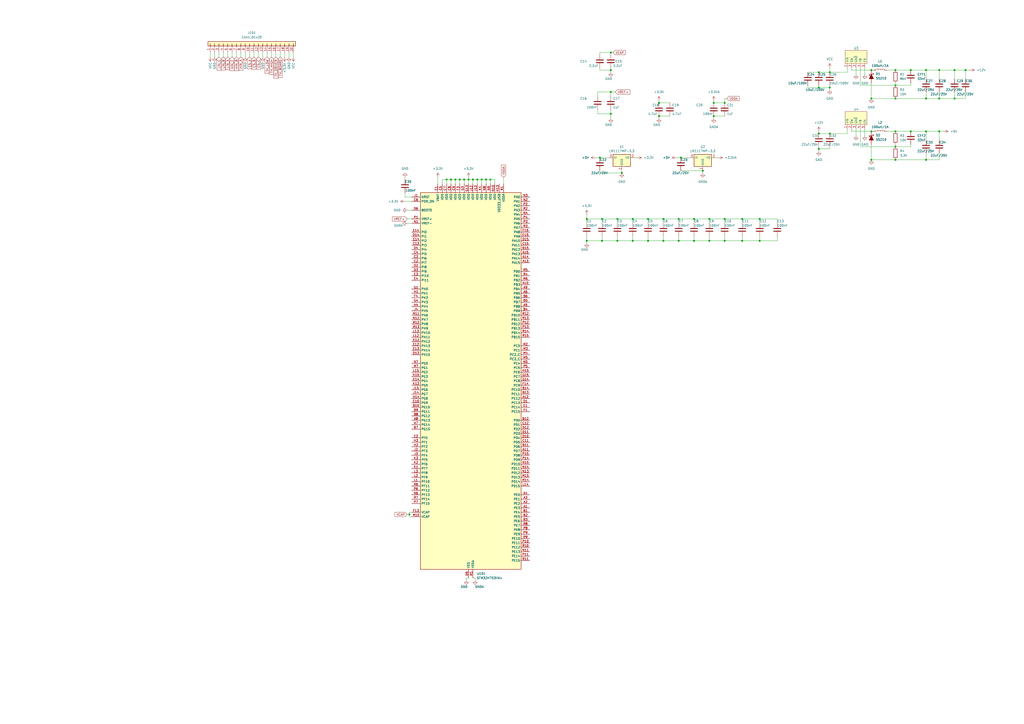
<source format=kicad_sch>
(kicad_sch (version 20230121) (generator eeschema)
  (paper "A2")
  (junction (at 375.92 139.7))
  (junction (at 414.02 59.69))
  (junction (at 519.43 92.71))
  (junction (at 360.68 100.33))
  (junction (at 375.92 127))
  (junction (at 354.33 30.48))
  (junction (at 505.46 57.15))
  (junction (at 349.25 127))
  (junction (at 358.14 127))
  (junction (at 420.37 139.7))
  (junction (at 354.33 66.04))
  (junction (at 505.46 76.2))
  (junction (at 519.43 85.09))
  (junction (at 281.94 104.14))
  (junction (at 347.98 91.44))
  (junction (at 474.98 41.91))
  (junction (at 544.83 76.2))
  (junction (at 519.43 49.53))
  (junction (at 266.7 104.14))
  (junction (at 349.25 139.7))
  (junction (at 414.02 67.31))
  (junction (at 367.03 127))
  (junction (at 384.81 139.7))
  (junction (at 544.83 57.15))
  (junction (at 237.49 298.45))
  (junction (at 528.32 40.64))
  (junction (at 474.98 77.47))
  (junction (at 505.46 40.64))
  (junction (at 411.48 139.7))
  (junction (at 261.62 104.14))
  (junction (at 402.59 127))
  (junction (at 474.98 86.36))
  (junction (at 537.21 40.64))
  (junction (at 537.21 76.2))
  (junction (at 269.24 104.14))
  (junction (at 276.86 104.14))
  (junction (at 560.07 40.64))
  (junction (at 420.37 127))
  (junction (at 537.21 92.71))
  (junction (at 553.72 57.15))
  (junction (at 271.78 104.14))
  (junction (at 440.69 127))
  (junction (at 519.43 57.15))
  (junction (at 519.43 76.2))
  (junction (at 393.7 127))
  (junction (at 367.03 139.7))
  (junction (at 384.81 127))
  (junction (at 279.4 104.14))
  (junction (at 430.53 139.7))
  (junction (at 402.59 139.7))
  (junction (at 440.69 139.7))
  (junction (at 407.67 99.06))
  (junction (at 354.33 53.34))
  (junction (at 553.72 40.64))
  (junction (at 340.36 127))
  (junction (at 274.32 104.14))
  (junction (at 519.43 40.64))
  (junction (at 264.16 104.14))
  (junction (at 528.32 76.2))
  (junction (at 481.33 50.8))
  (junction (at 358.14 139.7))
  (junction (at 393.7 139.7))
  (junction (at 474.98 50.8))
  (junction (at 382.27 59.69))
  (junction (at 394.97 91.44))
  (junction (at 537.21 57.15))
  (junction (at 481.33 77.47))
  (junction (at 411.48 127))
  (junction (at 284.48 104.14))
  (junction (at 544.83 40.64))
  (junction (at 340.36 139.7))
  (junction (at 420.37 59.69))
  (junction (at 259.08 104.14))
  (junction (at 505.46 92.71))
  (junction (at 354.33 40.64))
  (junction (at 430.53 127))
  (junction (at 382.27 67.31))
  (junction (at 481.33 41.91))
  (wire (pts (xy 237.49 297.18) (xy 237.49 298.45)))
  (wire (pts (xy 420.37 127) (xy 420.37 129.54)))
  (wire (pts (xy 270.51 336.55) (xy 270.51 335.28)))
  (wire (pts (xy 519.43 49.53) (xy 499.11 49.53)))
  (wire (pts (xy 132.08 30.48) (xy 132.08 33.02)))
  (wire (pts (xy 505.46 57.15) (xy 519.43 57.15)))
  (wire (pts (xy 346.71 55.88) (xy 346.71 53.34)))
  (wire (pts (xy 528.32 76.2) (xy 537.21 76.2)))
  (wire (pts (xy 347.98 91.44) (xy 353.06 91.44)))
  (wire (pts (xy 270.51 335.28) (xy 271.78 335.28)))
  (wire (pts (xy 269.24 104.14) (xy 271.78 104.14)))
  (wire (pts (xy 237.49 299.72) (xy 238.76 299.72)))
  (wire (pts (xy 127 30.48) (xy 127 33.02)))
  (wire (pts (xy 275.59 335.28) (xy 274.32 335.28)))
  (wire (pts (xy 474.98 41.91) (xy 481.33 41.91)))
  (wire (pts (xy 238.76 297.18) (xy 237.49 297.18)))
  (wire (pts (xy 349.25 139.7) (xy 358.14 139.7)))
  (wire (pts (xy 264.16 104.14) (xy 266.7 104.14)))
  (wire (pts (xy 384.81 127) (xy 375.92 127)))
  (wire (pts (xy 411.48 137.16) (xy 411.48 139.7)))
  (wire (pts (xy 519.43 48.26) (xy 519.43 49.53)))
  (wire (pts (xy 528.32 48.26) (xy 528.32 49.53)))
  (wire (pts (xy 450.85 137.16) (xy 450.85 139.7)))
  (wire (pts (xy 349.25 127) (xy 358.14 127)))
  (wire (pts (xy 254 102.87) (xy 254 106.68)))
  (wire (pts (xy 271.78 104.14) (xy 271.78 102.87)))
  (wire (pts (xy 234.95 111.76) (xy 234.95 114.3)))
  (wire (pts (xy 496.57 74.93) (xy 496.57 78.74)))
  (wire (pts (xy 411.48 129.54) (xy 411.48 127)))
  (wire (pts (xy 349.25 127) (xy 349.25 129.54)))
  (wire (pts (xy 430.53 127) (xy 420.37 127)))
  (wire (pts (xy 420.37 139.7) (xy 430.53 139.7)))
  (wire (pts (xy 450.85 127) (xy 440.69 127)))
  (wire (pts (xy 544.83 53.34) (xy 544.83 57.15)))
  (wire (pts (xy 144.78 30.48) (xy 144.78 33.02)))
  (wire (pts (xy 537.21 40.64) (xy 544.83 40.64)))
  (wire (pts (xy 414.02 67.31) (xy 420.37 67.31)))
  (wire (pts (xy 137.16 30.48) (xy 137.16 33.02)))
  (wire (pts (xy 440.69 127) (xy 440.69 129.54)))
  (wire (pts (xy 560.07 45.72) (xy 560.07 40.64)))
  (wire (pts (xy 474.98 76.2) (xy 474.98 77.47)))
  (wire (pts (xy 367.03 127) (xy 367.03 129.54)))
  (wire (pts (xy 340.36 127) (xy 349.25 127)))
  (wire (pts (xy 420.37 137.16) (xy 420.37 139.7)))
  (wire (pts (xy 284.48 104.14) (xy 284.48 106.68)))
  (wire (pts (xy 388.62 59.69) (xy 382.27 59.69)))
  (wire (pts (xy 440.69 139.7) (xy 450.85 139.7)))
  (wire (pts (xy 237.49 298.45) (xy 237.49 299.72)))
  (wire (pts (xy 420.37 57.15) (xy 421.64 57.15)))
  (wire (pts (xy 494.03 74.93) (xy 494.03 76.2)))
  (wire (pts (xy 420.37 57.15) (xy 420.37 59.69)))
  (wire (pts (xy 491.49 77.47) (xy 491.49 74.93)))
  (wire (pts (xy 157.48 30.48) (xy 157.48 33.02)))
  (wire (pts (xy 440.69 127) (xy 430.53 127)))
  (wire (pts (xy 519.43 83.82) (xy 519.43 85.09)))
  (wire (pts (xy 347.98 30.48) (xy 347.98 31.75)))
  (wire (pts (xy 544.83 40.64) (xy 544.83 45.72)))
  (wire (pts (xy 420.37 127) (xy 411.48 127)))
  (wire (pts (xy 544.83 76.2) (xy 544.83 81.28)))
  (wire (pts (xy 236.22 121.92) (xy 238.76 121.92)))
  (wire (pts (xy 537.21 76.2) (xy 544.83 76.2)))
  (wire (pts (xy 134.62 30.48) (xy 134.62 33.02)))
  (wire (pts (xy 149.86 30.48) (xy 149.86 33.02)))
  (wire (pts (xy 154.94 30.48) (xy 154.94 33.02)))
  (wire (pts (xy 358.14 137.16) (xy 358.14 139.7)))
  (wire (pts (xy 528.32 83.82) (xy 528.32 85.09)))
  (wire (pts (xy 519.43 76.2) (xy 528.32 76.2)))
  (wire (pts (xy 368.3 91.44) (xy 369.57 91.44)))
  (wire (pts (xy 481.33 77.47) (xy 491.49 77.47)))
  (wire (pts (xy 481.33 41.91) (xy 491.49 41.91)))
  (wire (pts (xy 139.7 30.48) (xy 139.7 33.02)))
  (wire (pts (xy 505.46 40.64) (xy 506.73 40.64)))
  (wire (pts (xy 394.97 91.44) (xy 400.05 91.44)))
  (wire (pts (xy 358.14 127) (xy 358.14 129.54)))
  (wire (pts (xy 281.94 104.14) (xy 281.94 106.68)))
  (wire (pts (xy 505.46 48.26) (xy 505.46 57.15)))
  (wire (pts (xy 367.03 127) (xy 375.92 127)))
  (wire (pts (xy 474.98 86.36) (xy 481.33 86.36)))
  (wire (pts (xy 468.63 50.8) (xy 474.98 50.8)))
  (wire (pts (xy 152.4 30.48) (xy 152.4 33.02)))
  (wire (pts (xy 474.98 85.09) (xy 474.98 86.36)))
  (wire (pts (xy 274.32 104.14) (xy 274.32 106.68)))
  (wire (pts (xy 402.59 129.54) (xy 402.59 127)))
  (wire (pts (xy 375.92 127) (xy 375.92 129.54)))
  (wire (pts (xy 236.22 129.54) (xy 238.76 129.54)))
  (wire (pts (xy 340.36 127) (xy 340.36 129.54)))
  (wire (pts (xy 519.43 92.71) (xy 537.21 92.71)))
  (wire (pts (xy 414.02 58.42) (xy 414.02 59.69)))
  (wire (pts (xy 430.53 137.16) (xy 430.53 139.7)))
  (wire (pts (xy 481.33 50.8) (xy 481.33 52.07)))
  (wire (pts (xy 481.33 85.09) (xy 481.33 86.36)))
  (wire (pts (xy 234.95 102.87) (xy 234.95 104.14)))
  (wire (pts (xy 274.32 104.14) (xy 271.78 104.14)))
  (wire (pts (xy 124.46 30.48) (xy 124.46 33.02)))
  (wire (pts (xy 505.46 92.71) (xy 519.43 92.71)))
  (wire (pts (xy 450.85 129.54) (xy 450.85 127)))
  (wire (pts (xy 375.92 137.16) (xy 375.92 139.7)))
  (wire (pts (xy 162.56 30.48) (xy 162.56 33.02)))
  (wire (pts (xy 468.63 41.91) (xy 474.98 41.91)))
  (wire (pts (xy 553.72 53.34) (xy 553.72 57.15)))
  (wire (pts (xy 256.54 104.14) (xy 259.08 104.14)))
  (wire (pts (xy 544.83 76.2) (xy 547.37 76.2)))
  (wire (pts (xy 519.43 57.15) (xy 537.21 57.15)))
  (wire (pts (xy 474.98 50.8) (xy 481.33 50.8)))
  (wire (pts (xy 261.62 104.14) (xy 264.16 104.14)))
  (wire (pts (xy 414.02 67.31) (xy 414.02 68.58)))
  (wire (pts (xy 474.98 86.36) (xy 474.98 87.63)))
  (wire (pts (xy 430.53 139.7) (xy 440.69 139.7)))
  (wire (pts (xy 499.11 49.53) (xy 499.11 39.37)))
  (wire (pts (xy 474.98 77.47) (xy 481.33 77.47)))
  (wire (pts (xy 537.21 81.28) (xy 537.21 76.2)))
  (wire (pts (xy 167.64 30.48) (xy 167.64 33.02)))
  (wire (pts (xy 411.48 127) (xy 402.59 127)))
  (wire (pts (xy 354.33 30.48) (xy 354.33 31.75)))
  (wire (pts (xy 284.48 104.14) (xy 281.94 104.14)))
  (wire (pts (xy 481.33 49.53) (xy 481.33 50.8)))
  (wire (pts (xy 537.21 45.72) (xy 537.21 40.64)))
  (wire (pts (xy 349.25 137.16) (xy 349.25 139.7)))
  (wire (pts (xy 358.14 127) (xy 367.03 127)))
  (wire (pts (xy 501.65 74.93) (xy 501.65 78.74)))
  (wire (pts (xy 287.02 104.14) (xy 284.48 104.14)))
  (wire (pts (xy 160.02 30.48) (xy 160.02 33.02)))
  (wire (pts (xy 354.33 41.91) (xy 354.33 40.64)))
  (wire (pts (xy 560.07 57.15) (xy 553.72 57.15)))
  (wire (pts (xy 346.71 63.5) (xy 346.71 66.04)))
  (wire (pts (xy 347.98 39.37) (xy 347.98 40.64)))
  (wire (pts (xy 474.98 49.53) (xy 474.98 50.8)))
  (wire (pts (xy 560.07 53.34) (xy 560.07 57.15)))
  (wire (pts (xy 415.29 91.44) (xy 416.56 91.44)))
  (wire (pts (xy 394.97 99.06) (xy 407.67 99.06)))
  (wire (pts (xy 261.62 104.14) (xy 261.62 106.68)))
  (wire (pts (xy 544.83 88.9) (xy 544.83 92.71)))
  (wire (pts (xy 346.71 53.34) (xy 354.33 53.34)))
  (wire (pts (xy 292.1 102.87) (xy 292.1 106.68)))
  (wire (pts (xy 440.69 137.16) (xy 440.69 139.7)))
  (wire (pts (xy 544.83 57.15) (xy 553.72 57.15)))
  (wire (pts (xy 269.24 104.14) (xy 269.24 106.68)))
  (wire (pts (xy 560.07 40.64) (xy 562.61 40.64)))
  (wire (pts (xy 354.33 30.48) (xy 355.6 30.48)))
  (wire (pts (xy 519.43 85.09) (xy 499.11 85.09)))
  (wire (pts (xy 346.71 66.04) (xy 354.33 66.04)))
  (wire (pts (xy 129.54 30.48) (xy 129.54 33.02)))
  (wire (pts (xy 544.83 40.64) (xy 553.72 40.64)))
  (wire (pts (xy 340.36 124.46) (xy 340.36 127)))
  (wire (pts (xy 528.32 85.09) (xy 519.43 85.09)))
  (wire (pts (xy 354.33 40.64) (xy 354.33 39.37)))
  (wire (pts (xy 347.98 30.48) (xy 354.33 30.48)))
  (wire (pts (xy 407.67 99.06) (xy 407.67 100.33)))
  (wire (pts (xy 354.33 53.34) (xy 354.33 55.88)))
  (wire (pts (xy 236.22 127) (xy 238.76 127)))
  (wire (pts (xy 553.72 40.64) (xy 560.07 40.64)))
  (wire (pts (xy 266.7 104.14) (xy 269.24 104.14)))
  (wire (pts (xy 271.78 104.14) (xy 271.78 106.68)))
  (wire (pts (xy 382.27 58.42) (xy 382.27 59.69)))
  (wire (pts (xy 537.21 92.71) (xy 544.83 92.71)))
  (wire (pts (xy 537.21 53.34) (xy 537.21 57.15)))
  (wire (pts (xy 537.21 57.15) (xy 544.83 57.15)))
  (wire (pts (xy 514.35 76.2) (xy 519.43 76.2)))
  (wire (pts (xy 384.81 137.16) (xy 384.81 139.7)))
  (wire (pts (xy 384.81 139.7) (xy 393.7 139.7)))
  (wire (pts (xy 375.92 139.7) (xy 367.03 139.7)))
  (wire (pts (xy 528.32 49.53) (xy 519.43 49.53)))
  (wire (pts (xy 354.33 66.04) (xy 354.33 63.5)))
  (wire (pts (xy 347.98 100.33) (xy 360.68 100.33)))
  (wire (pts (xy 340.36 137.16) (xy 340.36 139.7)))
  (wire (pts (xy 275.59 336.55) (xy 275.59 335.28)))
  (wire (pts (xy 276.86 104.14) (xy 276.86 106.68)))
  (wire (pts (xy 367.03 137.16) (xy 367.03 139.7)))
  (wire (pts (xy 414.02 59.69) (xy 420.37 59.69)))
  (wire (pts (xy 528.32 40.64) (xy 537.21 40.64)))
  (wire (pts (xy 388.62 67.31) (xy 382.27 67.31)))
  (wire (pts (xy 481.33 39.37) (xy 481.33 41.91)))
  (wire (pts (xy 494.03 76.2) (xy 505.46 76.2)))
  (wire (pts (xy 142.24 30.48) (xy 142.24 33.02)))
  (wire (pts (xy 236.22 298.45) (xy 237.49 298.45)))
  (wire (pts (xy 279.4 104.14) (xy 276.86 104.14)))
  (wire (pts (xy 519.43 40.64) (xy 528.32 40.64)))
  (wire (pts (xy 347.98 99.06) (xy 347.98 100.33)))
  (wire (pts (xy 384.81 129.54) (xy 384.81 127)))
  (wire (pts (xy 393.7 137.16) (xy 393.7 139.7)))
  (wire (pts (xy 121.92 30.48) (xy 121.92 33.02)))
  (wire (pts (xy 354.33 53.34) (xy 356.87 53.34)))
  (wire (pts (xy 411.48 139.7) (xy 420.37 139.7)))
  (wire (pts (xy 347.98 40.64) (xy 354.33 40.64)))
  (wire (pts (xy 494.03 39.37) (xy 494.03 40.64)))
  (wire (pts (xy 281.94 104.14) (xy 279.4 104.14)))
  (wire (pts (xy 234.95 116.84) (xy 238.76 116.84)))
  (wire (pts (xy 496.57 39.37) (xy 496.57 43.18)))
  (wire (pts (xy 165.1 30.48) (xy 165.1 33.02)))
  (wire (pts (xy 491.49 41.91) (xy 491.49 39.37)))
  (wire (pts (xy 553.72 45.72) (xy 553.72 40.64)))
  (wire (pts (xy 345.44 91.44) (xy 347.98 91.44)))
  (wire (pts (xy 375.92 139.7) (xy 384.81 139.7)))
  (wire (pts (xy 393.7 129.54) (xy 393.7 127)))
  (wire (pts (xy 514.35 40.64) (xy 519.43 40.64)))
  (wire (pts (xy 392.43 91.44) (xy 394.97 91.44)))
  (wire (pts (xy 354.33 66.04) (xy 354.33 68.58)))
  (wire (pts (xy 468.63 49.53) (xy 468.63 50.8)))
  (wire (pts (xy 340.36 139.7) (xy 349.25 139.7)))
  (wire (pts (xy 147.32 30.48) (xy 147.32 33.02)))
  (wire (pts (xy 494.03 40.64) (xy 505.46 40.64)))
  (wire (pts (xy 170.18 30.48) (xy 170.18 33.02)))
  (wire (pts (xy 340.36 139.7) (xy 340.36 140.97)))
  (wire (pts (xy 499.11 85.09) (xy 499.11 74.93)))
  (wire (pts (xy 360.68 99.06) (xy 360.68 100.33)))
  (wire (pts (xy 393.7 127) (xy 384.81 127)))
  (wire (pts (xy 358.14 139.7) (xy 367.03 139.7)))
  (wire (pts (xy 276.86 104.14) (xy 274.32 104.14)))
  (wire (pts (xy 501.65 39.37) (xy 501.65 43.18)))
  (wire (pts (xy 505.46 83.82) (xy 505.46 92.71)))
  (wire (pts (xy 505.46 76.2) (xy 506.73 76.2)))
  (wire (pts (xy 266.7 104.14) (xy 266.7 106.68)))
  (wire (pts (xy 402.59 137.16) (xy 402.59 139.7)))
  (wire (pts (xy 537.21 88.9) (xy 537.21 92.71)))
  (wire (pts (xy 259.08 104.14) (xy 261.62 104.14)))
  (wire (pts (xy 402.59 127) (xy 393.7 127)))
  (wire (pts (xy 259.08 104.14) (xy 259.08 106.68)))
  (wire (pts (xy 287.02 106.68) (xy 287.02 104.14)))
  (wire (pts (xy 264.16 104.14) (xy 264.16 106.68)))
  (wire (pts (xy 279.4 104.14) (xy 279.4 106.68)))
  (wire (pts (xy 430.53 127) (xy 430.53 129.54)))
  (wire (pts (xy 234.95 114.3) (xy 238.76 114.3)))
  (wire (pts (xy 402.59 139.7) (xy 411.48 139.7)))
  (wire (pts (xy 256.54 106.68) (xy 256.54 104.14)))
  (wire (pts (xy 393.7 139.7) (xy 402.59 139.7)))
  (wire (pts (xy 382.27 67.31) (xy 382.27 68.58)))
  (global_label "HIN_A" (shape input) (at 139.7 33.02 270) (property "Intersheetrefs" "${INTERSHEET_REFS}" (effects hide)))
  (global_label "VREF+" (shape input) (at 236.22 127 180) (property "Intersheetrefs" "${INTERSHEET_REFS}" (effects hide)))
  (global_label "VREF+" (shape input) (at 356.87 53.34 0) (property "Intersheetrefs" "${INTERSHEET_REFS}" (effects hide)))
  (global_label "TH_DRIVER" (shape input) (at 160.02 33.02 270) (property "Intersheetrefs" "${INTERSHEET_REFS}" (effects hide)))
  (global_label "CS_C" (shape input) (at 149.86 33.02 270) (property "Intersheetrefs" "${INTERSHEET_REFS}" (effects hide)))
  (global_label "VCAP" (shape input) (at 355.6 30.48 0) (property "Intersheetrefs" "${INTERSHEET_REFS}" (effects hide)))
  (global_label "HIN_B" (shape input) (at 137.16 33.02 270) (property "Intersheetrefs" "${INTERSHEET_REFS}" (effects hide)))
  (global_label "VDDA" (shape input) (at 292.1 102.87 90) (property "Intersheetrefs" "${INTERSHEET_REFS}" (effects hide)))
  (global_label "LIN_B" (shape input) (at 129.54 33.02 270) (property "Intersheetrefs" "${INTERSHEET_REFS}" (effects hide)))
  (global_label "VDDA" (shape input) (at 421.64 57.15 0) (property "Intersheetrefs" "${INTERSHEET_REFS}" (effects hide)))
  (global_label "TH_LOW" (shape input) (at 154.94 33.02 270) (property "Intersheetrefs" "${INTERSHEET_REFS}" (effects hide)))
  (global_label "CS_A" (shape input) (at 144.78 33.02 270) (property "Intersheetrefs" "${INTERSHEET_REFS}" (effects hide)))
  (global_label "LIN_A" (shape input) (at 132.08 33.02 270) (property "Intersheetrefs" "${INTERSHEET_REFS}" (effects hide)))
  (global_label "VCAP" (shape input) (at 236.22 298.45 180) (property "Intersheetrefs" "${INTERSHEET_REFS}" (effects hide)))
  (global_label "HIN_C" (shape input) (at 134.62 33.02 270) (property "Intersheetrefs" "${INTERSHEET_REFS}" (effects hide)))
  (global_label "LIN_C" (shape input) (at 127 33.02 270) (property "Intersheetrefs" "${INTERSHEET_REFS}" (effects hide)))
  (global_label "TH_BOARD" (shape input) (at 162.56 33.02 270) (property "Intersheetrefs" "${INTERSHEET_REFS}" (effects hide)))
  (global_label "CS_B" (shape input) (at 147.32 33.02 270) (property "Intersheetrefs" "${INTERSHEET_REFS}" (effects hide)))
  (global_label "TH_HIGH" (shape input) (at 157.48 33.02 270) (property "Intersheetrefs" "${INTERSHEET_REFS}" (effects hide)))
  (symbol (lib_id "power:+5V") (at 392.43 91.44 90) (unit 1)
    (property "Reference" "#PWR0125" (effects hide))
    (property "Value" "+5V" (at 388.62 91.44 90) (effects (justify left)))
  )
  (symbol (lib_id "power:GND") (at 501.65 78.74 0) (unit 1)
    (property "Reference" "#PWR0137" (effects hide))
    (property "Value" "GND" (at 501.65 83.82 0))
  )
  (symbol (lib_id "Device:C") (at 388.62 63.5 0) (unit 1)
    (property "Reference" "C19" (at 389.89 60.96 0) (effects (justify left)))
    (property "Value" "4.7uF" (at 389.89 66.04 0) (effects (justify left)))
    (property "Footprint" "PCM_Capacitor_SMD_AKL:C_1206_3216Metric" (effects hide))
  )
  (symbol (lib_id "power:GND") (at 474.98 87.63 0) (unit 1)
    (property "Reference" "#PWR0131" (effects hide))
    (property "Value" "GND" (at 474.98 92.71 0))
  )
  (symbol (lib_id "Device:C") (at 358.14 133.35 0) (unit 1)
    (property "Reference" "C3" (at 358.14 128.27 0) (effects (justify left)))
    (property "Value" "100nF" (at 358.14 130.81 0) (effects (justify left)))
    (property "Footprint" "PCM_Capacitor_SMD_AKL:C_0201_0603Metric" (effects hide))
  )
  (symbol (lib_id "Device:C") (at 394.97 95.25 0) (unit 1)
    (property "Reference" "C23" (at 394.97 92.71 0) (effects (justify left)))
    (property "Value" "22uF/25V" (at 389.89 100.33 0) (effects (justify left)))
    (property "Footprint" "PCM_Capacitor_SMD_AKL:C_1206_3216Metric" (effects hide))
  )
  (symbol (lib_id "power:GNDA") (at 414.02 68.58 0) (unit 1)
    (property "Reference" "#PWR0128" (effects hide))
    (property "Value" "GNDA" (at 414.02 73.66 0))
  )
  (symbol (lib_id "Device:C") (at 393.7 133.35 0) (unit 1)
    (property "Reference" "C7" (at 393.7 128.27 0) (effects (justify left)))
    (property "Value" "100nF" (at 393.7 130.81 0) (effects (justify left)))
    (property "Footprint" "PCM_Capacitor_SMD_AKL:C_0201_0603Metric" (effects hide))
  )
  (symbol (lib_id "Device:L") (at 510.54 40.64 90) (unit 1)
    (property "Reference" "L1" (at 510.54 35.56 90))
    (property "Value" "100uH/1A" (at 510.54 38.1 90))
  )
  (symbol (lib_id "power:GND") (at 496.57 78.74 0) (unit 1)
    (property "Reference" "#PWR0135" (effects hide))
    (property "Value" "GND" (at 496.57 83.82 0))
  )
  (symbol (lib_id "power:GND") (at 481.33 52.07 0) (unit 1)
    (property "Reference" "#PWR0133" (effects hide))
    (property "Value" "GND" (at 481.33 57.15 0))
  )
  (symbol (lib_id "power:GNDA") (at 236.22 129.54 270) (unit 1)
    (property "Reference" "#PWR0111" (effects hide))
    (property "Value" "GNDA" (at 231.14 130.81 90))
  )
  (symbol (lib_id "power:GND") (at 270.51 336.55 0) (unit 1)
    (property "Reference" "#PWR0113" (effects hide))
    (property "Value" "GND" (at 269.24 340.36 0))
  )
  (symbol (lib_id "Device:C") (at 553.72 49.53 0) (unit 1)
    (property "Reference" "C29" (at 554.99 46.99 0) (effects (justify left)))
    (property "Value" "22uF/25V" (at 548.64 52.07 0) (effects (justify left)))
    (property "Footprint" "PCM_Capacitor_SMD_AKL:C_1206_3216Metric" (effects hide))
  )
  (symbol (lib_id "Device:C") (at 430.53 133.35 0) (unit 1)
    (property "Reference" "C11" (at 430.53 128.27 0) (effects (justify left)))
    (property "Value" "100nF" (at 430.53 130.81 0) (effects (justify left)))
    (property "Footprint" "PCM_Capacitor_SMD_AKL:C_0201_0603Metric" (effects hide))
  )
  (symbol (lib_id "Regulator_Linear:LM1117MP-3.3") (at 360.68 91.44 0) (unit 1)
    (property "Reference" "U1" (at 360.68 85.09 0))
    (property "Value" "LM1117MP-3.3" (at 360.68 87.63 0))
    (property "Footprint" "Package_TO_SOT_SMD:SOT-223-3_TabPin2" (effects hide))
    (property "Datasheet" "http://www.ti.com/lit/ds/symlink/lm1117.pdf" (effects hide))
  )
  (symbol (lib_id "Device:C") (at 347.98 35.56 0) (unit 1)
    (property "Reference" "C14" (at 336.55 35.56 0) (effects (justify left)))
    (property "Value" "2.2uF" (at 341.63 38.1 0) (effects (justify left)))
    (property "Footprint" "PCM_Capacitor_SMD_AKL:C_0603_1608Metric" (effects hide))
  )
  (symbol (lib_id "Device:C") (at 450.85 133.35 0) (unit 1)
    (property "Reference" "C13" (at 450.85 128.27 0) (effects (justify left)))
    (property "Value" "100nF" (at 450.85 130.81 0) (effects (justify left)))
    (property "Footprint" "PCM_Capacitor_SMD_AKL:C_0201_0603Metric" (effects hide))
  )
  (symbol (lib_id "power:GND") (at 234.95 102.87 180) (unit 1)
    (property "Reference" "#PWR0108" (effects hide))
    (property "Value" "GND" (at 234.95 97.79 0))
  )
  (symbol (lib_id "Device:C") (at 354.33 35.56 0) (unit 1)
    (property "Reference" "C15" (at 356.87 35.56 0) (effects (justify left)))
    (property "Value" "2.2uF" (at 355.6 38.1 0) (effects (justify left)))
    (property "Footprint" "PCM_Capacitor_SMD_AKL:C_0603_1608Metric" (effects hide))
  )
  (symbol (lib_id "Device:C") (at 420.37 63.5 0) (unit 1)
    (property "Reference" "C21" (at 421.64 60.96 0) (effects (justify left)))
    (property "Value" "1uF" (at 421.64 66.04 0) (effects (justify left)))
    (property "Footprint" "PCM_Capacitor_SMD_AKL:C_0603_1608Metric" (effects hide))
  )
  (symbol (lib_id "power:GND") (at 124.46 33.02 0) (unit 1)
    (property "Reference" "#PWR0102" (effects hide))
    (property "Value" "GND" (at 124.46 38.1 90))
  )
  (symbol (lib_id "power:GND") (at 142.24 33.02 0) (unit 1)
    (property "Reference" "#PWR0103" (effects hide))
    (property "Value" "GND" (at 142.24 38.1 90))
  )
  (symbol (lib_id "Regulator_Linear:LM1117MP-3.3") (at 407.67 91.44 0) (unit 1)
    (property "Reference" "U2" (at 407.67 85.09 0))
    (property "Value" "LM1117MP-3.3" (at 407.67 87.63 0))
    (property "Footprint" "Package_TO_SOT_SMD:SOT-223-3_TabPin2" (effects hide))
    (property "Datasheet" "http://www.ti.com/lit/ds/symlink/lm1117.pdf" (effects hide))
  )
  (symbol (lib_id "power:VCC") (at 121.92 33.02 180) (unit 1)
    (property "Reference" "#PWR0101" (effects hide))
    (property "Value" "VCC" (at 121.92 38.1 90))
  )
  (symbol (lib_id "power:GNDA") (at 407.67 100.33 0) (unit 1)
    (property "Reference" "#PWR0126" (effects hide))
    (property "Value" "GNDA" (at 407.67 105.41 0))
  )
  (symbol (lib_id "Device:C") (at 440.69 133.35 0) (unit 1)
    (property "Reference" "C12" (at 440.69 128.27 0) (effects (justify left)))
    (property "Value" "100nF" (at 440.69 130.81 0) (effects (justify left)))
    (property "Footprint" "PCM_Capacitor_SMD_AKL:C_0201_0603Metric" (effects hide))
  )
  (symbol (lib_id "Device:R") (at 519.43 44.45 0) (unit 1)
    (property "Reference" "R1" (at 521.97 43.18 0) (effects (justify left)))
    (property "Value" "86K" (at 521.97 45.72 0) (effects (justify left)))
  )
  (symbol (lib_id "Device:R") (at 519.43 80.01 0) (unit 1)
    (property "Reference" "R3" (at 521.97 78.74 0) (effects (justify left)))
    (property "Value" "10K" (at 521.97 81.28 0) (effects (justify left)))
  )
  (symbol (lib_id "power:+5V") (at 547.37 76.2 270) (unit 1)
    (property "Reference" "#PWR0140" (effects hide))
    (property "Value" "+5V" (at 551.18 76.2 90) (effects (justify left)))
  )
  (symbol (lib_id "Device:C") (at 544.83 85.09 0) (unit 1)
    (property "Reference" "C34" (at 544.83 82.55 0) (effects (justify left)))
    (property "Value" "22uF/25V" (at 539.75 90.17 0) (effects (justify left)))
    (property "Footprint" "PCM_Capacitor_SMD_AKL:C_1206_3216Metric" (effects hide))
  )
  (symbol (lib_id "Device:C") (at 382.27 63.5 0) (unit 1)
    (property "Reference" "C18" (at 378.46 60.96 0) (effects (justify left)))
    (property "Value" "4.7uF" (at 375.92 66.04 0) (effects (justify left)))
    (property "Footprint" "PCM_Capacitor_SMD_AKL:C_1206_3216Metric" (effects hide))
  )
  (symbol (lib_id "power:+3.3V") (at 382.27 58.42 0) (unit 1)
    (property "Reference" "#PWR0123" (effects hide))
    (property "Value" "+3.3V" (at 382.27 53.34 0))
  )
  (symbol (lib_id "Device:C") (at 402.59 133.35 0) (unit 1)
    (property "Reference" "C8" (at 402.59 128.27 0) (effects (justify left)))
    (property "Value" "100nF" (at 402.59 130.81 0) (effects (justify left)))
    (property "Footprint" "PCM_Capacitor_SMD_AKL:C_0201_0603Metric" (effects hide))
  )
  (symbol (lib_id "Device:C") (at 537.21 85.09 0) (unit 1)
    (property "Reference" "C33" (at 537.21 82.55 0) (effects (justify left)))
    (property "Value" "22uF/25V" (at 532.13 87.63 0) (effects (justify left)))
    (property "Footprint" "PCM_Capacitor_SMD_AKL:C_1206_3216Metric" (effects hide))
  )
  (symbol (lib_id "power:GND") (at 360.68 100.33 0) (unit 1)
    (property "Reference" "#PWR0121" (effects hide))
    (property "Value" "GND" (at 360.68 105.41 0))
  )
  (symbol (lib_id "MCU_ST_STM32H7:STM32H753IIKx") (at 271.78 220.98 0) (unit 1)
    (property "Reference" "U101" (at 276.5141 332.74 0) (effects (justify left)))
    (property "Value" "STM32H753IIKx" (at 276.5141 335.28 0) (effects (justify left)))
    (property "Footprint" "Package_BGA:UFBGA-201_10x10mm_Layout15x15_P0.65mm" (effects hide))
    (property "Datasheet" "https://www.st.com/resource/en/datasheet/stm32h753ii.pdf" (effects hide))
  )
  (symbol (lib_id "power:GND") (at 496.57 43.18 0) (unit 1)
    (property "Reference" "#PWR0134" (effects hide))
    (property "Value" "GND" (at 496.57 48.26 0))
  )
  (symbol (lib_id "power:GND") (at 505.46 57.15 0) (unit 1)
    (property "Reference" "#PWR0138" (effects hide))
    (property "Value" "GND" (at 505.46 62.23 0))
  )
  (symbol (lib_id "power:+3.3V") (at 165.1 33.02 180) (unit 1)
    (property "Reference" "#PWR0105" (effects hide))
    (property "Value" "+3.3V" (at 165.1 39.37 90))
  )
  (symbol (lib_id "PCM_Diode_Schottky_AKL:SS210") (at 505.46 80.01 90) (unit 1)
    (property "Reference" "D2" (at 508 78.4225 90) (effects (justify right)))
    (property "Value" "SS210" (at 508 80.9625 90) (effects (justify right)))
    (property "Footprint" "Diode_SMD_AKL:D_SMB" (effects hide))
    (property "Datasheet" "https://www.tme.eu/Document/bdc46a1e3695961d8b3ed7cb93097119/S210.pdf" (effects hide))
  )
  (symbol (lib_id "Device:C") (at 528.32 80.01 0) (unit 1)
    (property "Reference" "CFF2" (at 532.13 78.74 0) (effects (justify left)))
    (property "Value" "33nF" (at 532.13 81.28 0) (effects (justify left)))
  )
  (symbol (lib_id "Device:R") (at 519.43 88.9 0) (unit 1)
    (property "Reference" "R4" (at 521.97 87.63 0) (effects (justify left)))
    (property "Value" "3.3K" (at 521.97 90.17 0) (effects (justify left)))
  )
  (symbol (lib_id "Device:C") (at 420.37 133.35 0) (unit 1)
    (property "Reference" "C10" (at 420.37 128.27 0) (effects (justify left)))
    (property "Value" "100nF" (at 420.37 130.81 0) (effects (justify left)))
    (property "Footprint" "PCM_Capacitor_SMD_AKL:C_0201_0603Metric" (effects hide))
  )
  (symbol (lib_id "Device:C") (at 354.33 59.69 0) (unit 1)
    (property "Reference" "C17" (at 355.6 57.15 0) (effects (justify left)))
    (property "Value" "1uF" (at 355.6 62.23 0) (effects (justify left)))
    (property "Footprint" "PCM_Capacitor_SMD_AKL:C_0603_1608Metric" (effects hide))
  )
  (symbol (lib_id "Device:C") (at 384.81 133.35 0) (unit 1)
    (property "Reference" "C6" (at 384.81 128.27 0) (effects (justify left)))
    (property "Value" "100nF" (at 384.81 130.81 0) (effects (justify left)))
    (property "Footprint" "PCM_Capacitor_SMD_AKL:C_0201_0603Metric" (effects hide))
  )
  (symbol (lib_id "power:+12V") (at 474.98 76.2 0) (unit 1)
    (property "Reference" "#PWR0130" (effects hide))
    (property "Value" "+12V" (at 474.98 71.12 0))
  )
  (symbol (lib_id "Device:C") (at 340.36 133.35 0) (unit 1)
    (property "Reference" "C1" (at 340.36 128.27 0) (effects (justify left)))
    (property "Value" "100nF" (at 340.36 130.81 0) (effects (justify left)))
    (property "Footprint" "PCM_Capacitor_SMD_AKL:C_0201_0603Metric" (effects hide))
  )
  (symbol (lib_id "power:+5V") (at 345.44 91.44 90) (unit 1)
    (property "Reference" "#PWR0118" (effects hide))
    (property "Value" "+5V" (at 341.63 91.44 90) (effects (justify left)))
  )
  (symbol (lib_id "Device:C") (at 468.63 45.72 0) (unit 1)
    (property "Reference" "C24" (at 468.63 43.18 0) (effects (justify left)))
    (property "Value" "10uF/100V" (at 457.2 48.26 0) (effects (justify left)))
    (property "Footprint" "PCM_Capacitor_SMD_AKL:C_1210_3225Metric" (effects hide))
  )
  (symbol (lib_id "Device:C") (at 414.02 63.5 0) (unit 1)
    (property "Reference" "C20" (at 403.86 60.96 0) (effects (justify left)))
    (property "Value" "100nF" (at 407.67 66.04 0) (effects (justify left)))
    (property "Footprint" "PCM_Capacitor_SMD_AKL:C_0201_0603Metric" (effects hide))
  )
  (symbol (lib_id "Device:C") (at 481.33 45.72 0) (unit 1)
    (property "Reference" "C26" (at 481.33 43.18 0) (effects (justify left)))
    (property "Value" "10uF/100V" (at 481.33 48.26 0) (effects (justify left)))
    (property "Footprint" "PCM_Capacitor_SMD_AKL:C_1210_3225Metric" (effects hide))
  )
  (symbol (lib_id "power:GND") (at 340.36 140.97 0) (unit 1)
    (property "Reference" "#PWR0117" (effects hide))
    (property "Value" "GND" (at 339.09 144.78 0))
  )
  (symbol (lib_id "power:+3.3VA") (at 414.02 58.42 0) (unit 1)
    (property "Reference" "#PWR0127" (effects hide))
    (property "Value" "+3.3VA" (at 414.02 53.34 0))
  )
  (symbol (lib_id "Device:C") (at 367.03 133.35 0) (unit 1)
    (property "Reference" "C4" (at 367.03 128.27 0) (effects (justify left)))
    (property "Value" "100nF" (at 367.03 130.81 0) (effects (justify left)))
    (property "Footprint" "PCM_Capacitor_SMD_AKL:C_0201_0603Metric" (effects hide))
  )
  (symbol (lib_id "Device:C") (at 349.25 133.35 0) (unit 1)
    (property "Reference" "C2" (at 349.25 128.27 0) (effects (justify left)))
    (property "Value" "100nF" (at 349.25 130.81 0) (effects (justify left)))
    (property "Footprint" "PCM_Capacitor_SMD_AKL:C_0201_0603Metric" (effects hide))
  )
  (symbol (lib_id "power:GND") (at 236.22 121.92 270) (unit 1)
    (property "Reference" "#PWR0110" (effects hide))
    (property "Value" "GND" (at 232.41 121.92 90) (effects (justify right)))
  )
  (symbol (lib_id "power:GND") (at 501.65 43.18 0) (unit 1)
    (property "Reference" "#PWR0136" (effects hide))
    (property "Value" "GND" (at 501.65 48.26 0))
  )
  (symbol (lib_id "power:GND") (at 167.64 33.02 0) (unit 1)
    (property "Reference" "#PWR0106" (effects hide))
    (property "Value" "GND" (at 167.64 38.1 90))
  )
  (symbol (lib_id "Device:L") (at 510.54 76.2 90) (unit 1)
    (property "Reference" "L2" (at 510.54 71.12 90))
    (property "Value" "100uH/1A" (at 510.54 73.66 90))
  )
  (symbol (lib_id "power:+3.3V") (at 369.57 91.44 270) (unit 1)
    (property "Reference" "#PWR0122" (effects hide))
    (property "Value" "+3.3V" (at 373.38 91.44 90) (effects (justify left)))
  )
  (symbol (lib_id "Device:C") (at 347.98 95.25 0) (unit 1)
    (property "Reference" "C22" (at 347.98 92.71 0) (effects (justify left)))
    (property "Value" "22uF/25V" (at 342.9 100.33 0) (effects (justify left)))
    (property "Footprint" "PCM_Capacitor_SMD_AKL:C_1206_3216Metric" (effects hide))
  )
  (symbol (lib_id "Device:C") (at 528.32 44.45 0) (unit 1)
    (property "Reference" "CFF1" (at 532.13 43.18 0) (effects (justify left)))
    (property "Value" "33nF" (at 532.13 45.72 0) (effects (justify left)))
  )
  (symbol (lib_id "power:GND") (at 382.27 68.58 0) (unit 1)
    (property "Reference" "#PWR0124" (effects hide))
    (property "Value" "GND" (at 381 72.39 0))
  )
  (symbol (lib_id "Device:C") (at 411.48 133.35 0) (unit 1)
    (property "Reference" "C9" (at 411.48 128.27 0) (effects (justify left)))
    (property "Value" "100nF" (at 411.48 130.81 0) (effects (justify left)))
    (property "Footprint" "PCM_Capacitor_SMD_AKL:C_0201_0603Metric" (effects hide))
  )
  (symbol (lib_id "power:VCC") (at 481.33 39.37 0) (unit 1)
    (property "Reference" "#PWR0132" (effects hide))
    (property "Value" "VCC" (at 481.33 34.29 0))
  )
  (symbol (lib_id "Connector_Generic:Conn_01x20") (at 144.78 25.4 90) (unit 1)
    (property "Reference" "J101" (at 146.05 19.05 90))
    (property "Value" "Conn_01x20" (at 146.05 21.59 90))
    (property "Footprint" "CycleIQ:686120148922" (effects hide))
  )
  (symbol (lib_id "Device:R") (at 519.43 53.34 0) (unit 1)
    (property "Reference" "R2" (at 521.97 52.07 0) (effects (justify left)))
    (property "Value" "10K" (at 521.97 54.61 0) (effects (justify left)))
  )
  (symbol (lib_id "power:GNDA") (at 275.59 336.55 0) (unit 1)
    (property "Reference" "#PWR0115" (effects hide))
    (property "Value" "GNDA" (at 278.13 340.36 0))
  )
  (symbol (lib_id "power:+3.3V") (at 254 102.87 0) (unit 1)
    (property "Reference" "#PWR0112" (effects hide))
    (property "Value" "+3.3V" (at 254 97.79 0))
  )
  (symbol (lib_id "power:GND") (at 354.33 41.91 0) (unit 1)
    (property "Reference" "#PWR0119" (effects hide))
    (property "Value" "GND" (at 353.06 45.72 0))
  )
  (symbol (lib_id "Device:C") (at 234.95 107.95 180) (unit 1)
    (property "Reference" "C35" (at 238.76 105.41 0) (effects (justify left)))
    (property "Value" "100nF" (at 241.3 110.49 0) (effects (justify left)))
    (property "Footprint" "PCM_Capacitor_SMD_AKL:C_0201_0603Metric" (effects hide))
  )
  (symbol (lib_id "power:GND") (at 505.46 92.71 0) (unit 1)
    (property "Reference" "#PWR0139" (effects hide))
    (property "Value" "GND" (at 505.46 97.79 0))
  )
  (symbol (lib_id "power:+3.3V") (at 234.95 116.84 90) (unit 1)
    (property "Reference" "#PWR0109" (effects hide))
    (property "Value" "+3.3V" (at 231.14 116.84 90) (effects (justify left)))
  )
  (symbol (lib_id "Device:C") (at 474.98 81.28 0) (unit 1)
    (property "Reference" "C31" (at 471.17 78.74 0) (effects (justify left)))
    (property "Value" "22uF/25V" (at 464.82 83.82 0) (effects (justify left)))
    (property "Footprint" "PCM_Capacitor_SMD_AKL:C_1206_3216Metric" (effects hide))
  )
  (symbol (lib_id "Device:C") (at 474.98 45.72 0) (unit 1)
    (property "Reference" "C25" (at 474.98 43.18 0) (effects (justify left)))
    (property "Value" "10uF/100V" (at 467.36 52.07 0) (effects (justify left)))
    (property "Footprint" "PCM_Capacitor_SMD_AKL:C_1210_3225Metric" (effects hide))
  )
  (symbol (lib_id "power:+3.3V") (at 340.36 124.46 0) (unit 1)
    (property "Reference" "#PWR0116" (effects hide))
    (property "Value" "+3.3V" (at 340.36 119.38 0))
  )
  (symbol (lib_id "Device:C") (at 560.07 49.53 0) (unit 1)
    (property "Reference" "C30" (at 560.07 46.99 0) (effects (justify left)))
    (property "Value" "22uF/25V" (at 554.99 54.61 0) (effects (justify left)))
    (property "Footprint" "PCM_Capacitor_SMD_AKL:C_1206_3216Metric" (effects hide))
  )
  (symbol (lib_id "power:GND") (at 354.33 68.58 0) (unit 1)
    (property "Reference" "#PWR0120" (effects hide))
    (property "Value" "GND" (at 353.06 72.39 0))
  )
  (symbol (lib_id "CycleIQ:XL7015E1") (at 495.3 33.02 0) (unit 1)
    (property "Reference" "U3" (at 495.3 27.94 0) (effects (justify left)))
    (property "Value" "~" (at 495.3 33.02 0))
    (property "Footprint" "PCM_Package_TO_SOT_SMD_AKL:TO-252-5_TabPin3" (effects hide))
    (property "Datasheet" "https://pdf1.alldatasheet.pl/datasheet-pdf/download/1134399/XLSEMI/XL7015E1.html" (effects hide))
  )
  (symbol (lib_id "power:+12V") (at 562.61 40.64 270) (unit 1)
    (property "Reference" "#PWR0141" (effects hide))
    (property "Value" "+12V" (at 566.42 40.64 90) (effects (justify left)))
  )
  (symbol (lib_id "power:+3.3VA") (at 416.56 91.44 270) (unit 1)
    (property "Reference" "#PWR0129" (effects hide))
    (property "Value" "+3.3VA" (at 420.37 91.44 90) (effects (justify left)))
  )
  (symbol (lib_id "Device:C") (at 481.33 81.28 0) (unit 1)
    (property "Reference" "C32" (at 481.33 78.74 0) (effects (justify left)))
    (property "Value" "22uF/25V" (at 477.52 83.82 0) (effects (justify left)))
    (property "Footprint" "PCM_Capacitor_SMD_AKL:C_1206_3216Metric" (effects hide))
  )
  (symbol (lib_id "power:+3.3V") (at 271.78 102.87 0) (unit 1)
    (property "Reference" "#PWR0114" (effects hide))
    (property "Value" "+3.3V" (at 271.78 97.79 0))
  )
  (symbol (lib_id "power:GND") (at 152.4 33.02 0) (unit 1)
    (property "Reference" "#PWR0104" (effects hide))
    (property "Value" "GND" (at 152.4 38.1 90))
  )
  (symbol (lib_id "CycleIQ:XL7015E1") (at 495.3 68.58 0) (unit 1)
    (property "Reference" "U4" (at 495.3 63.5 0) (effects (justify left)))
    (property "Value" "~" (at 495.3 68.58 0))
    (property "Footprint" "PCM_Package_TO_SOT_SMD_AKL:TO-252-5_TabPin3" (effects hide))
    (property "Datasheet" "https://pdf1.alldatasheet.pl/datasheet-pdf/download/1134399/XLSEMI/XL7015E1.html" (effects hide))
  )
  (symbol (lib_id "Device:C") (at 544.83 49.53 0) (unit 1)
    (property "Reference" "C28" (at 544.83 46.99 0) (effects (justify left)))
    (property "Value" "22uF/25V" (at 539.75 54.61 0) (effects (justify left)))
    (property "Footprint" "PCM_Capacitor_SMD_AKL:C_1206_3216Metric" (effects hide))
  )
  (symbol (lib_id "Device:C") (at 537.21 49.53 0) (unit 1)
    (property "Reference" "C27" (at 537.21 46.99 0) (effects (justify left)))
    (property "Value" "22uF/25V" (at 532.13 52.07 0) (effects (justify left)))
    (property "Footprint" "PCM_Capacitor_SMD_AKL:C_1206_3216Metric" (effects hide))
  )
  (symbol (lib_id "power:VCC") (at 170.18 33.02 180) (unit 1)
    (property "Reference" "#PWR0107" (effects hide))
    (property "Value" "VCC" (at 170.18 38.1 90))
  )
  (symbol (lib_id "PCM_Diode_Schottky_AKL:SS210") (at 505.46 44.45 90) (unit 1)
    (property "Reference" "D1" (at 508 42.8625 90) (effects (justify right)))
    (property "Value" "SS210" (at 508 45.4025 90) (effects (justify right)))
    (property "Footprint" "Diode_SMD_AKL:D_SMB" (effects hide))
    (property "Datasheet" "https://www.tme.eu/Document/bdc46a1e3695961d8b3ed7cb93097119/S210.pdf" (effects hide))
  )
  (symbol (lib_id "Device:C") (at 346.71 59.69 0) (unit 1)
    (property "Reference" "C16" (at 336.55 57.15 0) (effects (justify left)))
    (property "Value" "100nF" (at 340.36 62.23 0) (effects (justify left)))
    (property "Footprint" "PCM_Capacitor_SMD_AKL:C_0201_0603Metric" (effects hide))
  )
  (symbol (lib_id "Device:C") (at 375.92 133.35 0) (unit 1)
    (property "Reference" "C5" (at 375.92 128.27 0) (effects (justify left)))
    (property "Value" "100nF" (at 375.92 130.81 0) (effects (justify left)))
    (property "Footprint" "PCM_Capacitor_SMD_AKL:C_0201_0603Metric" (effects hide))
  )
)
</source>
